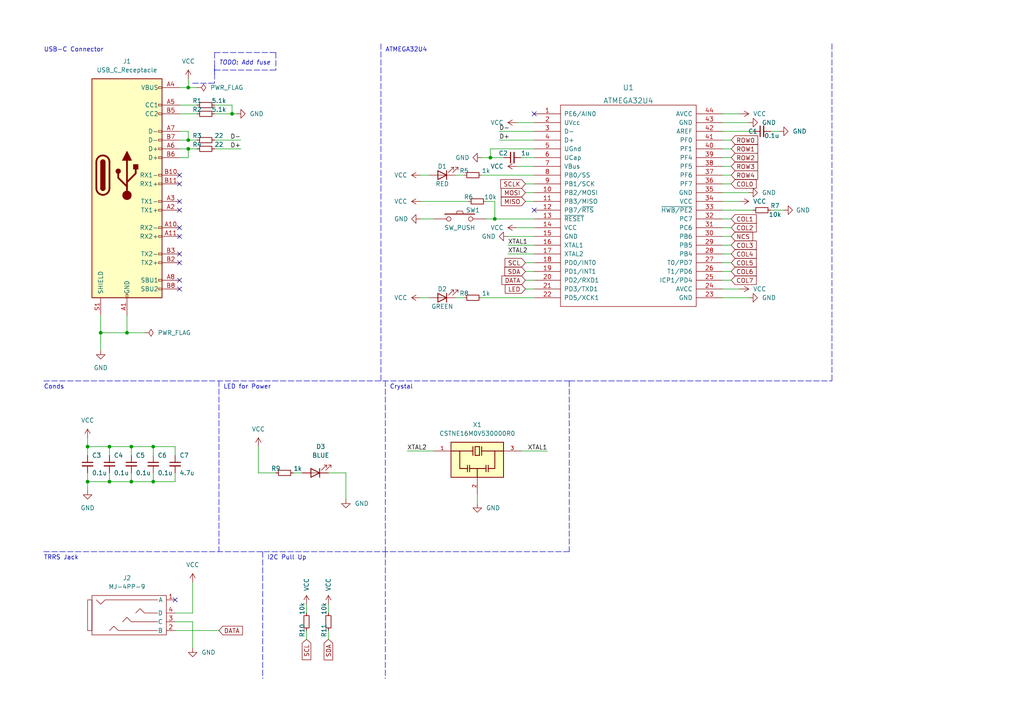
<source format=kicad_sch>
(kicad_sch (version 20211123) (generator eeschema)
  (paper "A4")
  (lib_symbols
    (symbol "ma8ic_split_69:ATMEGA32U4" (pin_names (offset 1.016))
      (property "Reference" "U" (at 0 -31.75 0))
      (property "Value" "ATMEGA32U4" (at 0 31.75 0))
      (symbol "ATMEGA32U4_0_1"
        (rectangle (start 20.32 29.21) (end -19.05 -29.21))
      )
      (symbol "ATMEGA32U4_1_1"
        (pin bidirectional line (at -26.67 26.67 0) (length 7.62) (name "PE6/AIN0") (number "1"))
        (pin bidirectional line (at -26.67 3.81 0) (length 7.62) (name "PB2/MOSI") (number "10"))
        (pin bidirectional line (at -26.67 1.27 0) (length 7.62) (name "PB3/MISO") (number "11"))
        (pin bidirectional line (at -26.67 -1.27 0) (length 7.62) (name "PB7/~{RTS}") (number "12"))
        (pin input line (at -26.67 -3.81 0) (length 7.62) (name "~{RESET}") (number "13"))
        (pin power_in line (at -26.67 -6.35 0) (length 7.62) (name "VCC") (number "14"))
        (pin power_in line (at -26.67 -8.89 0) (length 7.62) (name "GND") (number "15"))
        (pin input line (at -26.67 -11.43 0) (length 7.62) (name "XTAL1") (number "16"))
        (pin output line (at -26.67 -13.97 0) (length 7.62) (name "XTAL2") (number "17"))
        (pin bidirectional line (at -26.67 -16.51 0) (length 7.62) (name "PD0/INT0") (number "18"))
        (pin bidirectional line (at -26.67 -19.05 0) (length 7.62) (name "PD1/INT1") (number "19"))
        (pin power_in line (at -26.67 24.13 0) (length 7.62) (name "UVcc") (number "2"))
        (pin bidirectional line (at -26.67 -21.59 0) (length 7.62) (name "PD2/RXD1") (number "20"))
        (pin bidirectional line (at -26.67 -24.13 0) (length 7.62) (name "PD3/TXD1") (number "21"))
        (pin bidirectional line (at -26.67 -26.67 0) (length 7.62) (name "PD5/XCK1") (number "22"))
        (pin power_in line (at 27.94 -26.67 180) (length 7.62) (name "GND") (number "23"))
        (pin power_in line (at 27.94 -24.13 180) (length 7.62) (name "AVCC") (number "24"))
        (pin bidirectional line (at 27.94 -21.59 180) (length 7.62) (name "ICP1/PD4") (number "25"))
        (pin bidirectional line (at 27.94 -19.05 180) (length 7.62) (name "T1/PD6") (number "26"))
        (pin bidirectional line (at 27.94 -16.51 180) (length 7.62) (name "T0/PD7") (number "27"))
        (pin bidirectional line (at 27.94 -13.97 180) (length 7.62) (name "PB4") (number "28"))
        (pin bidirectional line (at 27.94 -11.43 180) (length 7.62) (name "PB5") (number "29"))
        (pin bidirectional line (at -26.67 21.59 0) (length 7.62) (name "D-") (number "3"))
        (pin bidirectional line (at 27.94 -8.89 180) (length 7.62) (name "PB6") (number "30"))
        (pin bidirectional line (at 27.94 -6.35 180) (length 7.62) (name "PC6") (number "31"))
        (pin bidirectional line (at 27.94 -3.81 180) (length 7.62) (name "PC7") (number "32"))
        (pin bidirectional line (at 27.94 -1.27 180) (length 7.62) (name "~{HWB/PE2}") (number "33"))
        (pin power_in line (at 27.94 1.27 180) (length 7.62) (name "VCC") (number "34"))
        (pin power_in line (at 27.94 3.81 180) (length 7.62) (name "GND") (number "35"))
        (pin bidirectional line (at 27.94 6.35 180) (length 7.62) (name "PF7") (number "36"))
        (pin bidirectional line (at 27.94 8.89 180) (length 7.62) (name "PF6") (number "37"))
        (pin bidirectional line (at 27.94 11.43 180) (length 7.62) (name "PF5") (number "38"))
        (pin bidirectional line (at 27.94 13.97 180) (length 7.62) (name "PF4") (number "39"))
        (pin bidirectional line (at -26.67 19.05 0) (length 7.62) (name "D+") (number "4"))
        (pin bidirectional line (at 27.94 16.51 180) (length 7.62) (name "PF1") (number "40"))
        (pin bidirectional line (at 27.94 19.05 180) (length 7.62) (name "PF0") (number "41"))
        (pin input line (at 27.94 21.59 180) (length 7.62) (name "AREF") (number "42"))
        (pin power_in line (at 27.94 24.13 180) (length 7.62) (name "GND") (number "43"))
        (pin power_in line (at 27.94 26.67 180) (length 7.62) (name "AVCC") (number "44"))
        (pin power_in line (at -26.67 16.51 0) (length 7.62) (name "UGnd") (number "5"))
        (pin input line (at -26.67 13.97 0) (length 7.62) (name "UCap") (number "6"))
        (pin input line (at -26.67 11.43 0) (length 7.62) (name "VBus") (number "7"))
        (pin bidirectional line (at -26.67 8.89 0) (length 7.62) (name "PB0/SS") (number "8"))
        (pin bidirectional line (at -26.67 6.35 0) (length 7.62) (name "PB1/SCK") (number "9"))
      )
    )
    (symbol "ma8ic_split_69:CSTNE16M0V530000R0" (pin_names (offset 1.016))
      (property "Reference" "Y" (at -7.62 6.35 0))
      (property "Value" "CSTNE16M0V530000R0" (at 1.27 -6.35 0))
      (symbol "CSTNE16M0V530000R0_0_0"
        (rectangle (start -7.62 -5.08) (end 7.62 5.08) (stroke (width 0.254)) (fill (type background)))
        (polyline (pts (xy -7.62 2.54) (xy -5.08 2.54)) (stroke (width 0.254)))
        (polyline (pts (xy -5.08 -2.54) (xy -5.08 2.54)) (stroke (width 0.254)))
        (polyline (pts (xy -5.08 2.54) (xy -1.27 2.54)) (stroke (width 0.254)))
        (polyline (pts (xy -2.8575 -2.54) (xy -5.08 -2.54)) (stroke (width 0.254)))
        (polyline (pts (xy -2.8575 -2.54) (xy -2.8575 -3.4925)) (stroke (width 0.254)))
        (polyline (pts (xy -2.8575 -1.5875) (xy -2.8575 -2.54)) (stroke (width 0.254)))
        (polyline (pts (xy -2.2225 -2.54) (xy -2.2225 -3.4925)) (stroke (width 0.254)))
        (polyline (pts (xy -2.2225 -1.5875) (xy -2.2225 -2.54)) (stroke (width 0.254)))
        (polyline (pts (xy -1.27 2.54) (xy -1.27 1.27)) (stroke (width 0.254)))
        (polyline (pts (xy -1.27 3.81) (xy -1.27 2.54)) (stroke (width 0.254)))
        (polyline (pts (xy -0.635 1.27) (xy -0.635 3.81)) (stroke (width 0.254)))
        (polyline (pts (xy -0.635 3.81) (xy 0.635 3.81)) (stroke (width 0.254)))
        (polyline (pts (xy 0 -5.08) (xy 0 -2.54)) (stroke (width 0.254)))
        (polyline (pts (xy 0 -2.54) (xy -2.2225 -2.54)) (stroke (width 0.254)))
        (polyline (pts (xy 0 -2.54) (xy 2.54 -2.54)) (stroke (width 0.254)))
        (polyline (pts (xy 0.635 1.27) (xy -0.635 1.27)) (stroke (width 0.254)))
        (polyline (pts (xy 0.635 3.81) (xy 0.635 1.27)) (stroke (width 0.254)))
        (polyline (pts (xy 1.27 2.54) (xy 1.27 1.27)) (stroke (width 0.254)))
        (polyline (pts (xy 1.27 2.54) (xy 5.08 2.54)) (stroke (width 0.254)))
        (polyline (pts (xy 1.27 3.81) (xy 1.27 2.54)) (stroke (width 0.254)))
        (polyline (pts (xy 2.54 -2.54) (xy 2.54 -3.4925)) (stroke (width 0.254)))
        (polyline (pts (xy 2.54 -1.5875) (xy 2.54 -2.54)) (stroke (width 0.254)))
        (polyline (pts (xy 3.175 -2.54) (xy 3.175 -3.4925)) (stroke (width 0.254)))
        (polyline (pts (xy 3.175 -2.54) (xy 5.08 -2.54)) (stroke (width 0.254)))
        (polyline (pts (xy 3.175 -1.5875) (xy 3.175 -2.54)) (stroke (width 0.254)))
        (polyline (pts (xy 5.08 -2.54) (xy 5.08 2.54)) (stroke (width 0.254)))
        (polyline (pts (xy 5.08 2.54) (xy 7.62 2.54)) (stroke (width 0.254)))
        (pin input line (at -12.7 2.54 0) (length 5.08) (name "~") (number "1"))
        (pin power_in line (at 0 -10.16 90) (length 5.08) (name "~") (number "2"))
        (pin output line (at 12.7 2.54 180) (length 5.08) (name "~") (number "3"))
      )
    )
    (symbol "ma8ic_split_69:C_Small" (pin_numbers hide) (pin_names (offset 0.254) hide)
      (property "Reference" "C" (at 0.254 1.778 0))
      (property "Value" "C_Small" (at 0.254 -2.032 0))
      (symbol "C_Small_0_1"
        (polyline (pts (xy -1.524 -0.508) (xy 1.524 -0.508)) (stroke (width 0.3302)))
        (polyline (pts (xy -1.524 0.508) (xy 1.524 0.508)) (stroke (width 0.3048)))
      )
      (symbol "C_Small_1_1"
        (pin passive line (at 0 2.54 270) (length 2.032) (name "~") (number "1"))
        (pin passive line (at 0 -2.54 90) (length 2.032) (name "~") (number "2"))
      )
    )
    (symbol "ma8ic_split_69:GND" (power) (pin_names (offset 0))
      (property "Value" "GND" (at 0 -3.81 0))
      (symbol "GND_0_1"
        (polyline (pts (xy 0 0) (xy 0 -1.27) (xy 1.27 -1.27) (xy 0 -2.54) (xy -1.27 -1.27) (xy 0 -1.27)))
      )
      (symbol "GND_1_1"
        (pin power_in line (at 0 0 270) (length 0) hide (name "GND") (number "1"))
      )
    )
    (symbol "ma8ic_split_69:LED" (pin_numbers hide) (pin_names (offset 1.016) hide)
      (property "Reference" "D" (at 0 2.54 0))
      (property "Value" "LED" (at 0 -2.54 0))
      (symbol "LED_0_1"
        (polyline (pts (xy -1.27 -1.27) (xy -1.27 1.27)) (stroke (width 0.254)))
        (polyline (pts (xy -1.27 0) (xy 1.27 0)))
        (polyline (pts (xy 1.27 -1.27) (xy 1.27 1.27) (xy -1.27 0) (xy 1.27 -1.27)) (stroke (width 0.254)))
        (polyline (pts (xy -3.048 -0.762) (xy -4.572 -2.286) (xy -3.81 -2.286) (xy -4.572 -2.286) (xy -4.572 -1.524)))
        (polyline (pts (xy -1.778 -0.762) (xy -3.302 -2.286) (xy -2.54 -2.286) (xy -3.302 -2.286) (xy -3.302 -1.524)))
      )
      (symbol "LED_1_1"
        (pin passive line (at -3.81 0 0) (length 2.54) (name "K") (number "1"))
        (pin passive line (at 3.81 0 180) (length 2.54) (name "A") (number "2"))
      )
    )
    (symbol "ma8ic_split_69:MJ-4PP-9" (pin_names (offset 1.016))
      (property "Reference" "J" (at 0 7.62 0))
      (property "Value" "MJ-4PP-9" (at 0 -8.89 0))
      (symbol "MJ-4PP-9_0_1"
        (rectangle (start -10.16 3.81) (end -11.43 -5.08))
        (polyline (pts (xy 8.89 -5.08) (xy -2.54 -5.08) (xy -3.81 -3.81) (xy -5.08 -5.08)))
        (polyline (pts (xy 8.89 -2.54) (xy 1.27 -2.54) (xy 0 -1.27) (xy -1.27 -2.54)))
        (polyline (pts (xy 8.89 0) (xy 5.08 0) (xy 3.81 1.27) (xy 2.54 0)))
        (polyline (pts (xy 8.89 3.81) (xy -6.35 3.81) (xy -7.62 2.54) (xy -8.89 3.81)))
        (rectangle (start 11.43 5.08) (end -10.16 -6.35))
      )
      (symbol "MJ-4PP-9_1_1"
        (pin input line (at 13.97 3.81 180) (length 2.54) (name "A") (number "1"))
        (pin input line (at 13.97 -5.08 180) (length 2.54) (name "B") (number "2"))
        (pin input line (at 13.97 -2.54 180) (length 2.54) (name "C") (number "3"))
        (pin input line (at 13.97 0 180) (length 2.54) (name "D") (number "4"))
      )
    )
    (symbol "ma8ic_split_69:PWR_FLAG" (power) (pin_numbers hide) (pin_names (offset 0) hide)
      (property "Value" "PWR_FLAG" (at 0 3.81 0))
      (symbol "PWR_FLAG_0_0"
        (pin power_out line (at 0 0 90) (length 0) (name "pwr") (number "1"))
      )
      (symbol "PWR_FLAG_0_1"
        (polyline (pts (xy 0 0) (xy 0 1.27) (xy -1.016 1.905) (xy 0 2.54) (xy 1.016 1.905) (xy 0 1.27)))
      )
    )
    (symbol "ma8ic_split_69:R_Small" (pin_numbers hide) (pin_names (offset 0.254) hide)
      (property "Reference" "R" (at 0.762 0.508 0))
      (property "Value" "R_Small" (at 0.762 -1.016 0))
      (symbol "R_Small_0_1"
        (rectangle (start -0.762 1.778) (end 0.762 -1.778) (stroke (width 0.2032)))
      )
      (symbol "R_Small_1_1"
        (pin passive line (at 0 2.54 270) (length 0.762) (name "~") (number "1"))
        (pin passive line (at 0 -2.54 90) (length 0.762) (name "~") (number "2"))
      )
    )
    (symbol "ma8ic_split_69:SW_PUSH" (pin_numbers hide) (pin_names (offset 1.016) hide)
      (property "Reference" "SW" (at 3.81 2.794 0))
      (property "Value" "SW_PUSH" (at 0 -2.032 0))
      (symbol "SW_PUSH_0_1"
        (rectangle (start -4.318 1.27) (end 4.318 1.524))
        (polyline (pts (xy -1.016 1.524) (xy -0.762 2.286) (xy 0.762 2.286) (xy 1.016 1.524)))
        (pin passive inverted (at -7.62 0 0) (length 5.08) (name "1") (number "1"))
        (pin passive inverted (at 7.62 0 180) (length 5.08) (name "2") (number "2"))
      )
    )
    (symbol "ma8ic_split_69:USB_C_Receptacle" (pin_names (offset 1.016))
      (property "Reference" "J" (at -10.16 29.21 0))
      (property "Value" "USB_C_Receptacle" (at 10.16 29.21 0))
      (symbol "USB_C_Receptacle_0_0"
        (rectangle (start -0.254 -35.56) (end 0.254 -34.544))
        (rectangle (start 10.16 -32.766) (end 9.144 -33.274))
        (rectangle (start 10.16 -30.226) (end 9.144 -30.734))
        (rectangle (start 10.16 -25.146) (end 9.144 -25.654))
        (rectangle (start 10.16 -22.606) (end 9.144 -23.114))
        (rectangle (start 10.16 -17.526) (end 9.144 -18.034))
        (rectangle (start 10.16 -14.986) (end 9.144 -15.494))
        (rectangle (start 10.16 -9.906) (end 9.144 -10.414))
        (rectangle (start 10.16 -7.366) (end 9.144 -7.874))
        (rectangle (start 10.16 -2.286) (end 9.144 -2.794))
        (rectangle (start 10.16 0.254) (end 9.144 -0.254))
        (rectangle (start 10.16 5.334) (end 9.144 4.826))
        (rectangle (start 10.16 7.874) (end 9.144 7.366))
        (rectangle (start 10.16 10.414) (end 9.144 9.906))
        (rectangle (start 10.16 12.954) (end 9.144 12.446))
        (rectangle (start 10.16 18.034) (end 9.144 17.526))
        (rectangle (start 10.16 20.574) (end 9.144 20.066))
        (rectangle (start 10.16 25.654) (end 9.144 25.146))
      )
      (symbol "USB_C_Receptacle_0_1"
        (rectangle (start -10.16 27.94) (end 10.16 -35.56) (stroke (width 0.254)) (fill (type background)))
        (arc (start -8.89 -3.81) (mid -6.985 -5.715) (end -5.08 -3.81) (stroke (width 0.508)))
        (arc (start -7.62 -3.81) (mid -6.985 -4.445) (end -6.35 -3.81) (stroke (width 0.254)))
        (arc (start -7.62 -3.81) (mid -6.985 -4.445) (end -6.35 -3.81) (stroke (width 0.254)) (fill (type outline)))
        (rectangle (start -7.62 -3.81) (end -6.35 3.81) (stroke (width 0.254)) (fill (type outline)))
        (arc (start -6.35 3.81) (mid -6.985 4.445) (end -7.62 3.81) (stroke (width 0.254)))
        (arc (start -6.35 3.81) (mid -6.985 4.445) (end -7.62 3.81) (stroke (width 0.254)) (fill (type outline)))
        (arc (start -5.08 3.81) (mid -6.985 5.715) (end -8.89 3.81) (stroke (width 0.508)))
        (polyline (pts (xy -8.89 -3.81) (xy -8.89 3.81)) (stroke (width 0.508)))
        (polyline (pts (xy -5.08 3.81) (xy -5.08 -3.81)) (stroke (width 0.508)))
      )
      (symbol "USB_C_Receptacle_1_1"
        (circle (center -2.54 1.143) (radius 0.635) (stroke (width 0.254)) (fill (type outline)))
        (circle (center 0 -5.842) (radius 1.27) (fill (type outline)))
        (polyline (pts (xy 0 -5.842) (xy 0 4.318)) (stroke (width 0.508)))
        (polyline (pts (xy 0 -3.302) (xy -2.54 -0.762) (xy -2.54 0.508)) (stroke (width 0.508)))
        (polyline (pts (xy 0 -2.032) (xy 2.54 0.508) (xy 2.54 1.778)) (stroke (width 0.508)))
        (polyline (pts (xy -1.27 4.318) (xy 0 6.858) (xy 1.27 4.318) (xy -1.27 4.318)) (stroke (width 0.254)) (fill (type outline)))
        (rectangle (start 1.905 1.778) (end 3.175 3.048) (stroke (width 0.254)) (fill (type outline)))
        (pin passive line (at 0 -40.64 90) (length 5.08) (name "GND") (number "A1"))
        (pin bidirectional line (at 15.24 -15.24 180) (length 5.08) (name "RX2-") (number "A10"))
        (pin bidirectional line (at 15.24 -17.78 180) (length 5.08) (name "RX2+") (number "A11"))
        (pin passive line (at 0 -40.64 90) (length 5.08) hide (name "GND") (number "A12"))
        (pin bidirectional line (at 15.24 -10.16 180) (length 5.08) (name "TX1+") (number "A2"))
        (pin bidirectional line (at 15.24 -7.62 180) (length 5.08) (name "TX1-") (number "A3"))
        (pin passive line (at 15.24 25.4 180) (length 5.08) (name "VBUS") (number "A4"))
        (pin bidirectional line (at 15.24 20.32 180) (length 5.08) (name "CC1") (number "A5"))
        (pin bidirectional line (at 15.24 7.62 180) (length 5.08) (name "D+") (number "A6"))
        (pin bidirectional line (at 15.24 12.7 180) (length 5.08) (name "D-") (number "A7"))
        (pin bidirectional line (at 15.24 -30.48 180) (length 5.08) (name "SBU1") (number "A8"))
        (pin passive line (at 15.24 25.4 180) (length 5.08) hide (name "VBUS") (number "A9"))
        (pin passive line (at 0 -40.64 90) (length 5.08) hide (name "GND") (number "B1"))
        (pin bidirectional line (at 15.24 0 180) (length 5.08) (name "RX1-") (number "B10"))
        (pin bidirectional line (at 15.24 -2.54 180) (length 5.08) (name "RX1+") (number "B11"))
        (pin passive line (at 0 -40.64 90) (length 5.08) hide (name "GND") (number "B12"))
        (pin bidirectional line (at 15.24 -25.4 180) (length 5.08) (name "TX2+") (number "B2"))
        (pin bidirectional line (at 15.24 -22.86 180) (length 5.08) (name "TX2-") (number "B3"))
        (pin passive line (at 15.24 25.4 180) (length 5.08) hide (name "VBUS") (number "B4"))
        (pin bidirectional line (at 15.24 17.78 180) (length 5.08) (name "CC2") (number "B5"))
        (pin bidirectional line (at 15.24 5.08 180) (length 5.08) (name "D+") (number "B6"))
        (pin bidirectional line (at 15.24 10.16 180) (length 5.08) (name "D-") (number "B7"))
        (pin bidirectional line (at 15.24 -33.02 180) (length 5.08) (name "SBU2") (number "B8"))
        (pin passive line (at 15.24 25.4 180) (length 5.08) hide (name "VBUS") (number "B9"))
        (pin passive line (at -7.62 -40.64 90) (length 5.08) (name "SHIELD") (number "S1"))
      )
    )
    (symbol "ma8ic_split_69:VCC" (power) (pin_names (offset 0))
      (property "Value" "VCC" (at 0 3.81 0))
      (symbol "VCC_0_1"
        (polyline (pts (xy -0.762 1.27) (xy 0 2.54)))
        (polyline (pts (xy 0 0) (xy 0 2.54)))
        (polyline (pts (xy 0 2.54) (xy 0.762 1.27)))
      )
      (symbol "VCC_1_1"
        (pin power_in line (at 0 0 90) (length 0) hide (name "VCC") (number "1"))
      )
    )
  )
  (junction (at 67.31 33.02))
  (junction (at 31.75 139.7))
  (junction (at 38.1 129.54))
  (junction (at 142.24 45.72))
  (junction (at 54.61 40.64))
  (junction (at 25.4 139.7))
  (junction (at 29.21 96.52))
  (junction (at 143.51 63.5))
  (junction (at 36.83 96.52))
  (junction (at 44.45 139.7))
  (junction (at 25.4 129.54))
  (junction (at 54.61 43.18))
  (junction (at 44.45 129.54))
  (junction (at 38.1 139.7))
  (junction (at 31.75 129.54))
  (junction (at 54.61 25.4))
  (no_connect (at 52.07 81.28))
  (no_connect (at 52.07 83.82))
  (no_connect (at 52.07 76.2))
  (no_connect (at 52.07 73.66))
  (no_connect (at 52.07 58.42))
  (no_connect (at 52.07 60.96))
  (no_connect (at 52.07 53.34))
  (no_connect (at 52.07 68.58))
  (no_connect (at 52.07 50.8))
  (no_connect (at 52.07 66.04))
  (no_connect (at 50.8 173.99))
  (no_connect (at 154.94 60.96))
  (no_connect (at 154.94 33.02))
  (wire (pts (xy 142.24 43.18) (xy 142.24 45.72)))
  (wire (pts (xy 62.23 43.18) (xy 69.85 43.18)))
  (wire (pts (xy 31.75 137.16) (xy 31.75 139.7)))
  (wire (pts (xy 209.55 53.34) (xy 212.09 53.34)))
  (wire (pts (xy 25.4 139.7) (xy 25.4 142.24)))
  (wire (pts (xy 209.55 71.12) (xy 212.09 71.12)))
  (wire (pts (xy 147.32 71.12) (xy 154.94 71.12)))
  (polyline (pts (xy 111.76 160.02) (xy 111.76 196.85)))
  (wire (pts (xy 95.25 137.16) (xy 100.33 137.16)))
  (polyline (pts (xy 12.7 110.49) (xy 165.1 110.49)))
  (wire (pts (xy 132.08 86.36) (xy 134.62 86.36)))
  (wire (pts (xy 52.07 38.1) (xy 54.61 38.1)))
  (wire (pts (xy 31.75 132.08) (xy 31.75 129.54)))
  (wire (pts (xy 139.7 45.72) (xy 142.24 45.72)))
  (wire (pts (xy 50.8 139.7) (xy 44.45 139.7)))
  (wire (pts (xy 209.55 58.42) (xy 214.63 58.42)))
  (wire (pts (xy 85.09 137.16) (xy 87.63 137.16)))
  (wire (pts (xy 209.55 66.04) (xy 212.09 66.04)))
  (wire (pts (xy 144.78 38.1) (xy 154.94 38.1)))
  (polyline (pts (xy 62.23 15.24) (xy 62.23 21.59)))
  (wire (pts (xy 31.75 129.54) (xy 25.4 129.54)))
  (wire (pts (xy 209.55 40.64) (xy 212.09 40.64)))
  (wire (pts (xy 209.55 45.72) (xy 212.09 45.72)))
  (wire (pts (xy 143.51 58.42) (xy 143.51 63.5)))
  (wire (pts (xy 209.55 43.18) (xy 212.09 43.18)))
  (wire (pts (xy 50.8 129.54) (xy 44.45 129.54)))
  (wire (pts (xy 138.43 143.51) (xy 138.43 146.05)))
  (wire (pts (xy 209.55 76.2) (xy 212.09 76.2)))
  (wire (pts (xy 54.61 40.64) (xy 57.15 40.64)))
  (wire (pts (xy 44.45 129.54) (xy 44.45 132.08)))
  (wire (pts (xy 95.25 182.88) (xy 95.25 185.42)))
  (wire (pts (xy 152.4 76.2) (xy 154.94 76.2)))
  (polyline (pts (xy 241.3 12.7) (xy 241.3 110.49)))
  (wire (pts (xy 44.45 129.54) (xy 38.1 129.54)))
  (polyline (pts (xy 78.74 15.24) (xy 80.01 15.24)))
  (wire (pts (xy 54.61 45.72) (xy 54.61 43.18)))
  (wire (pts (xy 36.83 91.44) (xy 36.83 96.52)))
  (wire (pts (xy 209.55 81.28) (xy 212.09 81.28)))
  (wire (pts (xy 95.25 175.26) (xy 95.25 177.8)))
  (wire (pts (xy 29.21 91.44) (xy 29.21 96.52)))
  (wire (pts (xy 121.92 58.42) (xy 135.89 58.42)))
  (wire (pts (xy 209.55 33.02) (xy 214.63 33.02)))
  (wire (pts (xy 38.1 129.54) (xy 31.75 129.54)))
  (wire (pts (xy 132.08 50.8) (xy 134.62 50.8)))
  (wire (pts (xy 67.31 33.02) (xy 68.58 33.02)))
  (wire (pts (xy 151.13 45.72) (xy 154.94 45.72)))
  (wire (pts (xy 74.93 137.16) (xy 80.01 137.16)))
  (wire (pts (xy 55.88 177.8) (xy 55.88 168.91)))
  (wire (pts (xy 50.8 177.8) (xy 55.88 177.8)))
  (polyline (pts (xy 76.2 160.02) (xy 76.2 196.85)))
  (wire (pts (xy 44.45 139.7) (xy 38.1 139.7)))
  (wire (pts (xy 140.97 63.5) (xy 143.51 63.5)))
  (wire (pts (xy 154.94 43.18) (xy 142.24 43.18)))
  (wire (pts (xy 52.07 33.02) (xy 57.15 33.02)))
  (wire (pts (xy 144.78 40.64) (xy 154.94 40.64)))
  (wire (pts (xy 100.33 137.16) (xy 100.33 144.78)))
  (wire (pts (xy 50.8 132.08) (xy 50.8 129.54)))
  (polyline (pts (xy 111.76 110.49) (xy 111.76 160.02)))
  (wire (pts (xy 54.61 22.86) (xy 54.61 25.4)))
  (wire (pts (xy 52.07 30.48) (xy 57.15 30.48)))
  (wire (pts (xy 149.86 48.26) (xy 154.94 48.26)))
  (polyline (pts (xy 110.49 12.7) (xy 110.49 110.49)))
  (wire (pts (xy 223.52 38.1) (xy 226.06 38.1)))
  (polyline (pts (xy 12.7 160.02) (xy 76.2 160.02)))
  (wire (pts (xy 25.4 129.54) (xy 25.4 132.08)))
  (wire (pts (xy 62.23 33.02) (xy 67.31 33.02)))
  (wire (pts (xy 139.7 86.36) (xy 154.94 86.36)))
  (wire (pts (xy 50.8 180.34) (xy 55.88 180.34)))
  (wire (pts (xy 55.88 180.34) (xy 55.88 187.96)))
  (wire (pts (xy 149.86 66.04) (xy 154.94 66.04)))
  (wire (pts (xy 50.8 137.16) (xy 50.8 139.7)))
  (wire (pts (xy 44.45 137.16) (xy 44.45 139.7)))
  (wire (pts (xy 31.75 139.7) (xy 25.4 139.7)))
  (wire (pts (xy 50.8 182.88) (xy 63.5 182.88)))
  (wire (pts (xy 152.4 58.42) (xy 154.94 58.42)))
  (polyline (pts (xy 63.5 110.49) (xy 63.5 160.02)))
  (wire (pts (xy 152.4 81.28) (xy 154.94 81.28)))
  (wire (pts (xy 209.55 73.66) (xy 212.09 73.66)))
  (wire (pts (xy 147.32 68.58) (xy 154.94 68.58)))
  (wire (pts (xy 118.11 130.81) (xy 125.73 130.81)))
  (wire (pts (xy 36.83 96.52) (xy 41.91 96.52)))
  (wire (pts (xy 52.07 45.72) (xy 54.61 45.72)))
  (wire (pts (xy 143.51 63.5) (xy 154.94 63.5)))
  (polyline (pts (xy 62.23 19.05) (xy 62.23 24.13)))
  (wire (pts (xy 209.55 35.56) (xy 217.17 35.56)))
  (wire (pts (xy 209.55 86.36) (xy 217.17 86.36)))
  (wire (pts (xy 88.9 175.26) (xy 88.9 177.8)))
  (wire (pts (xy 25.4 127) (xy 25.4 129.54)))
  (wire (pts (xy 52.07 43.18) (xy 54.61 43.18)))
  (polyline (pts (xy 55.88 24.13) (xy 62.23 24.13)))
  (wire (pts (xy 67.31 30.48) (xy 67.31 33.02)))
  (wire (pts (xy 121.92 50.8) (xy 124.46 50.8)))
  (wire (pts (xy 121.92 86.36) (xy 124.46 86.36)))
  (wire (pts (xy 121.92 63.5) (xy 125.73 63.5)))
  (wire (pts (xy 54.61 43.18) (xy 57.15 43.18)))
  (wire (pts (xy 38.1 129.54) (xy 38.1 132.08)))
  (polyline (pts (xy 165.1 110.49) (xy 241.3 110.49)))
  (wire (pts (xy 209.55 83.82) (xy 214.63 83.82)))
  (wire (pts (xy 57.15 25.4) (xy 54.61 25.4)))
  (wire (pts (xy 209.55 60.96) (xy 218.44 60.96)))
  (wire (pts (xy 52.07 25.4) (xy 54.61 25.4)))
  (wire (pts (xy 151.13 130.81) (xy 158.75 130.81)))
  (wire (pts (xy 209.55 50.8) (xy 212.09 50.8)))
  (wire (pts (xy 25.4 137.16) (xy 25.4 139.7)))
  (wire (pts (xy 209.55 38.1) (xy 218.44 38.1)))
  (wire (pts (xy 209.55 63.5) (xy 212.09 63.5)))
  (wire (pts (xy 149.86 35.56) (xy 154.94 35.56)))
  (wire (pts (xy 52.07 40.64) (xy 54.61 40.64)))
  (polyline (pts (xy 165.1 160.02) (xy 76.2 160.02)))
  (wire (pts (xy 152.4 78.74) (xy 154.94 78.74)))
  (wire (pts (xy 38.1 137.16) (xy 38.1 139.7)))
  (wire (pts (xy 209.55 48.26) (xy 212.09 48.26)))
  (wire (pts (xy 29.21 96.52) (xy 29.21 101.6)))
  (wire (pts (xy 62.23 40.64) (xy 69.85 40.64)))
  (polyline (pts (xy 62.23 15.24) (xy 78.74 15.24)))
  (wire (pts (xy 223.52 60.96) (xy 227.33 60.96)))
  (wire (pts (xy 74.93 129.54) (xy 74.93 137.16)))
  (wire (pts (xy 147.32 73.66) (xy 154.94 73.66)))
  (wire (pts (xy 209.55 78.74) (xy 212.09 78.74)))
  (polyline (pts (xy 80.01 20.32) (xy 78.74 20.32)))
  (wire (pts (xy 152.4 83.82) (xy 154.94 83.82)))
  (wire (pts (xy 209.55 68.58) (xy 212.09 68.58)))
  (polyline (pts (xy 80.01 15.24) (xy 80.01 20.32)))
  (wire (pts (xy 139.7 50.8) (xy 154.94 50.8)))
  (wire (pts (xy 152.4 53.34) (xy 154.94 53.34)))
  (wire (pts (xy 140.97 58.42) (xy 143.51 58.42)))
  (polyline (pts (xy 165.1 110.49) (xy 165.1 160.02)))
  (wire (pts (xy 209.55 55.88) (xy 217.17 55.88)))
  (polyline (pts (xy 62.23 20.32) (xy 78.74 20.32)))
  (wire (pts (xy 29.21 96.52) (xy 36.83 96.52)))
  (wire (pts (xy 142.24 45.72) (xy 146.05 45.72)))
  (wire (pts (xy 62.23 30.48) (xy 67.31 30.48)))
  (wire (pts (xy 88.9 182.88) (xy 88.9 185.42)))
  (wire (pts (xy 38.1 139.7) (xy 31.75 139.7)))
  (wire (pts (xy 152.4 55.88) (xy 154.94 55.88)))
  (wire (pts (xy 54.61 38.1) (xy 54.61 40.64)))
  (text "Conds" (at 12.7 113.03 0) (effects (font (size 1.27 1.27)) (justify left bottom)))
  (text "ATMEGA32U4" (at 111.76 15.24 0) (effects (font (size 1.27 1.27)) (justify left bottom)))
  (text "TRRS Jack" (at 12.7 162.56 0) (effects (font (size 1.27 1.27)) (justify left bottom)))
  (text "Crystal" (at 113.03 113.03 0) (effects (font (size 1.27 1.27)) (justify left bottom)))
  (text "TODO: Add fuse" (at 63.5 19.05 0) (effects (font (size 1.27 1.27) italic) (justify left bottom)))
  (text "USB-C Connector" (at 12.7 15.24 0) (effects (font (size 1.27 1.27)) (justify left bottom)))
  (text "I2C Pull Up" (at 77.47 162.56 0) (effects (font (size 1.27 1.27)) (justify left bottom)))
  (text "LED for Power" (at 64.77 113.03 0) (effects (font (size 1.27 1.27)) (justify left bottom)))
  (label "XTAL1" (at 158.75 130.81 180))
  (label "XTAL1" (at 147.32 71.12 0))
  (label "D-" (at 69.85 40.64 180))
  (label "D-" (at 144.78 38.1 0))
  (label "XTAL2" (at 147.32 73.66 0))
  (label "XTAL2" (at 118.11 130.81 0))
  (label "D+" (at 144.78 40.64 0))
  (label "D+" (at 69.85 43.18 180))
  (global_label "COL7" (shape input) (at 212.09 81.28 0) (property "Intersheet References" "${INTERSHEET_REFS}" (effects hide)))
  (global_label "ROW2" (shape input) (at 212.09 45.72 0) (property "Intersheet References" "${INTERSHEET_REFS}" (effects hide)))
  (global_label "COL0" (shape input) (at 212.09 53.34 0) (property "Intersheet References" "${INTERSHEET_REFS}" (effects hide)))
  (global_label "DATA" (shape input) (at 63.5 182.88 0) (property "Intersheet References" "${INTERSHEET_REFS}" (effects hide)))
  (global_label "SCLK" (shape input) (at 152.4 53.34 180) (property "Intersheet References" "${INTERSHEET_REFS}" (effects hide)))
  (global_label "ROW1" (shape input) (at 212.09 43.18 0) (property "Intersheet References" "${INTERSHEET_REFS}" (effects hide)))
  (global_label "MISO" (shape input) (at 152.4 58.42 180) (property "Intersheet References" "${INTERSHEET_REFS}" (effects hide)))
  (global_label "SCL" (shape input) (at 152.4 76.2 180) (property "Intersheet References" "${INTERSHEET_REFS}" (effects hide)))
  (global_label "SDA" (shape input) (at 152.4 78.74 180) (property "Intersheet References" "${INTERSHEET_REFS}" (effects hide)))
  (global_label "ROW4" (shape input) (at 212.09 50.8 0) (property "Intersheet References" "${INTERSHEET_REFS}" (effects hide)))
  (global_label "COL2" (shape input) (at 212.09 66.04 0) (property "Intersheet References" "${INTERSHEET_REFS}" (effects hide)))
  (global_label "ROW0" (shape input) (at 212.09 40.64 0) (property "Intersheet References" "${INTERSHEET_REFS}" (effects hide)))
  (global_label "COL1" (shape input) (at 212.09 63.5 0) (property "Intersheet References" "${INTERSHEET_REFS}" (effects hide)))
  (global_label "ROW3" (shape input) (at 212.09 48.26 0) (property "Intersheet References" "${INTERSHEET_REFS}" (effects hide)))
  (global_label "COL6" (shape input) (at 212.09 78.74 0) (property "Intersheet References" "${INTERSHEET_REFS}" (effects hide)))
  (global_label "COL5" (shape input) (at 212.09 76.2 0) (property "Intersheet References" "${INTERSHEET_REFS}" (effects hide)))
  (global_label "LED" (shape input) (at 152.4 83.82 180) (property "Intersheet References" "${INTERSHEET_REFS}" (effects hide)))
  (global_label "DATA" (shape input) (at 152.4 81.28 180) (property "Intersheet References" "${INTERSHEET_REFS}" (effects hide)))
  (global_label "COL3" (shape input) (at 212.09 71.12 0) (property "Intersheet References" "${INTERSHEET_REFS}" (effects hide)))
  (global_label "NCS" (shape input) (at 212.09 68.58 0) (property "Intersheet References" "${INTERSHEET_REFS}" (effects hide)))
  (global_label "COL4" (shape input) (at 212.09 73.66 0) (property "Intersheet References" "${INTERSHEET_REFS}" (effects hide)))
  (global_label "MOSI" (shape input) (at 152.4 55.88 180) (property "Intersheet References" "${INTERSHEET_REFS}" (effects hide)))
  (global_label "SCL" (shape input) (at 88.9 185.42 270) (property "Intersheet References" "${INTERSHEET_REFS}" (effects hide)))
  (global_label "SDA" (shape input) (at 95.25 185.42 270) (property "Intersheet References" "${INTERSHEET_REFS}" (effects hide)))
  (symbol (lib_id "ma8ic_split_69:C_Small") (at 25.4 134.62 0) (unit 1)
    (property "Reference" "C3" (at 26.67 132.08 0) (effects (justify left)))
    (property "Value" "0.1u" (at 26.67 137.16 0) (effects (justify left)))
    (property "Footprint" "ma8ic_split_69:C_0603_1608Metric" (effects hide))
  )
  (symbol (lib_id "ma8ic_split_69:VCC") (at 214.63 83.82 270) (unit 1)
    (property "Reference" "#PWR017" (effects hide))
    (property "Value" "VCC" (at 222.25 83.82 90) (effects (justify right)))
  )
  (symbol (lib_id "ma8ic_split_69:GND") (at 139.7 45.72 270) (unit 1)
    (property "Reference" "#PWR07" (effects hide))
    (property "Value" "GND" (at 132.08 45.72 90) (effects (justify left)))
  )
  (symbol (lib_id "ma8ic_split_69:GND") (at 147.32 68.58 270) (unit 1)
    (property "Reference" "#PWR016" (effects hide))
    (property "Value" "GND" (at 139.7 68.58 90) (effects (justify left)))
  )
  (symbol (lib_id "ma8ic_split_69:GND") (at 226.06 38.1 90) (unit 1)
    (property "Reference" "#PWR06" (effects hide))
    (property "Value" "GND" (at 229.87 38.0999 90) (effects (justify right)))
  )
  (symbol (lib_id "ma8ic_split_69:GND") (at 55.88 187.96 0) (unit 1)
    (property "Reference" "#PWR029" (effects hide))
    (property "Value" "GND" (at 58.42 189.2299 0) (effects (justify left)))
  )
  (symbol (lib_id "ma8ic_split_69:VCC") (at 121.92 58.42 90) (unit 1)
    (property "Reference" "#PWR011" (effects hide))
    (property "Value" "VCC" (at 114.3 58.42 90) (effects (justify right)))
  )
  (symbol (lib_id "ma8ic_split_69:VCC") (at 214.63 58.42 270) (unit 1)
    (property "Reference" "#PWR012" (effects hide))
    (property "Value" "VCC" (at 222.25 58.42 90) (effects (justify right)))
  )
  (symbol (lib_id "ma8ic_split_69:R_Small") (at 138.43 58.42 90) (unit 1)
    (property "Reference" "R6" (at 135.89 57.15 90))
    (property "Value" "10k" (at 142.24 57.15 90))
    (property "Footprint" "ma8ic_split_69:R_0603_1608Metric" (effects hide))
  )
  (symbol (lib_id "ma8ic_split_69:GND") (at 227.33 60.96 90) (unit 1)
    (property "Reference" "#PWR013" (effects hide))
    (property "Value" "GND" (at 234.95 60.96 90) (effects (justify left)))
  )
  (symbol (lib_id "ma8ic_split_69:GND") (at 217.17 35.56 90) (unit 1)
    (property "Reference" "#PWR05" (effects hide))
    (property "Value" "GND" (at 220.98 35.5599 90) (effects (justify right)))
  )
  (symbol (lib_id "ma8ic_split_69:VCC") (at 74.93 129.54 0) (unit 1)
    (property "Reference" "#PWR022" (effects hide))
    (property "Value" "VCC" (at 74.93 124.46 0))
  )
  (symbol (lib_id "ma8ic_split_69:VCC") (at 88.9 175.26 0) (unit 1)
    (property "Reference" "#PWR027" (effects hide))
    (property "Value" "VCC" (at 88.9 167.64 90) (effects (justify right)))
  )
  (symbol (lib_id "ma8ic_split_69:GND") (at 138.43 146.05 0) (unit 1)
    (property "Reference" "#PWR025" (effects hide))
    (property "Value" "GND" (at 140.97 147.3199 0) (effects (justify left)))
  )
  (symbol (lib_id "ma8ic_split_69:VCC") (at 95.25 175.26 0) (unit 1)
    (property "Reference" "#PWR028" (effects hide))
    (property "Value" "VCC" (at 95.25 167.64 90) (effects (justify right)))
  )
  (symbol (lib_id "ma8ic_split_69:VCC") (at 149.86 66.04 90) (unit 1)
    (property "Reference" "#PWR015" (effects hide))
    (property "Value" "VCC" (at 142.24 66.04 90) (effects (justify right)))
  )
  (symbol (lib_id "ma8ic_split_69:VCC") (at 55.88 168.91 0) (unit 1)
    (property "Reference" "#PWR026" (effects hide))
    (property "Value" "VCC" (at 55.88 163.83 0))
  )
  (symbol (lib_id "ma8ic_split_69:C_Small") (at 50.8 134.62 0) (unit 1)
    (property "Reference" "C7" (at 52.07 132.08 0) (effects (justify left)))
    (property "Value" "4.7u" (at 52.07 137.16 0) (effects (justify left)))
    (property "Footprint" "ma8ic_split_69:C_0603_1608Metric" (effects hide))
  )
  (symbol (lib_id "ma8ic_split_69:C_Small") (at 220.98 38.1 90) (unit 1)
    (property "Reference" "C1" (at 219.71 38.1 90) (effects (justify left)))
    (property "Value" "0.1u" (at 226.06 39.37 90) (effects (justify left)))
    (property "Footprint" "ma8ic_split_69:C_0603_1608Metric" (effects hide))
  )
  (symbol (lib_id "ma8ic_split_69:VCC") (at 121.92 50.8 90) (unit 1)
    (property "Reference" "#PWR09" (effects hide))
    (property "Value" "VCC" (at 114.3 50.8 90) (effects (justify right)))
  )
  (symbol (lib_id "ma8ic_split_69:CSTNE16M0V530000R0") (at 138.43 133.35 0) (unit 1)
    (property "Reference" "X1" (at 138.43 123.19 0))
    (property "Value" "CSTNE16M0V530000R0" (at 138.43 125.73 0))
    (property "Footprint" "ma8ic_split_69:OSC_CSTNE16M0V530000R0" (effects hide))
    (property "STANDARD" "Manufacturer Recomendations" (effects hide))
    (property "MAXIMUM_PACKAGE_HEIGHT" "1mm" (effects hide))
    (property "PARTREV" "JGC42-8853B" (effects hide))
    (property "MANUFACTURER" "Murata" (effects hide))
  )
  (symbol (lib_id "ma8ic_split_69:VCC") (at 149.86 48.26 90) (unit 1)
    (property "Reference" "#PWR08" (effects hide))
    (property "Value" "VCC" (at 142.24 48.26 90) (effects (justify right)))
  )
  (symbol (lib_id "ma8ic_split_69:GND") (at 25.4 142.24 0) (unit 1)
    (property "Reference" "#PWR023" (effects hide))
    (property "Value" "GND" (at 25.4 147.32 0))
  )
  (symbol (lib_id "ma8ic_split_69:VCC") (at 214.63 33.02 270) (unit 1)
    (property "Reference" "#PWR03" (effects hide))
    (property "Value" "VCC" (at 222.25 33.02 90) (effects (justify right)))
  )
  (symbol (lib_id "ma8ic_split_69:VCC") (at 54.61 22.86 0) (unit 1)
    (property "Reference" "#PWR01" (effects hide))
    (property "Value" "VCC" (at 54.61 17.78 0))
  )
  (symbol (lib_id "ma8ic_split_69:R_Small") (at 137.16 86.36 90) (unit 1)
    (property "Reference" "R8" (at 134.62 85.09 90))
    (property "Value" "1k" (at 140.97 85.09 90))
    (property "Footprint" "ma8ic_split_69:R_0603_1608Metric" (effects hide))
  )
  (symbol (lib_id "ma8ic_split_69:R_Small") (at 59.69 30.48 90) (unit 1)
    (property "Reference" "R1" (at 57.15 29.21 90))
    (property "Value" "5.1k" (at 63.5 29.21 90))
    (property "Footprint" "ma8ic_split_69:R_0603_1608Metric" (effects hide))
  )
  (symbol (lib_id "ma8ic_split_69:R_Small") (at 59.69 33.02 90) (unit 1)
    (property "Reference" "R2" (at 57.15 31.75 90))
    (property "Value" "5.1k" (at 63.5 31.75 90))
    (property "Footprint" "ma8ic_split_69:R_0603_1608Metric" (effects hide))
  )
  (symbol (lib_id "ma8ic_split_69:GND") (at 68.58 33.02 90) (unit 1)
    (property "Reference" "#PWR02" (effects hide))
    (property "Value" "GND" (at 72.39 33.0199 90) (effects (justify right)))
  )
  (symbol (lib_id "ma8ic_split_69:GND") (at 100.33 144.78 0) (unit 1)
    (property "Reference" "#PWR024" (effects hide))
    (property "Value" "GND" (at 102.87 146.0499 0) (effects (justify left)))
  )
  (symbol (lib_id "ma8ic_split_69:GND") (at 121.92 63.5 270) (unit 1)
    (property "Reference" "#PWR014" (effects hide))
    (property "Value" "GND" (at 114.3 63.5 90) (effects (justify left)))
  )
  (symbol (lib_id "ma8ic_split_69:R_Small") (at 220.98 60.96 90) (unit 1)
    (property "Reference" "R7" (at 224.79 59.69 90))
    (property "Value" "10k" (at 224.79 62.23 90))
    (property "Footprint" "ma8ic_split_69:R_0603_1608Metric" (effects hide))
  )
  (symbol (lib_id "ma8ic_split_69:PWR_FLAG") (at 41.91 96.52 270) (unit 1)
    (property "Reference" "#FLG02" (effects hide))
    (property "Value" "PWR_FLAG" (at 45.72 96.5199 90) (effects (justify left)))
  )
  (symbol (lib_id "ma8ic_split_69:VCC") (at 121.92 86.36 90) (unit 1)
    (property "Reference" "#PWR018" (effects hide))
    (property "Value" "VCC" (at 114.3 86.36 90) (effects (justify right)))
  )
  (symbol (lib_id "ma8ic_split_69:USB_C_Receptacle") (at 36.83 50.8 0) (unit 1)
    (property "Reference" "J1" (at 36.83 17.78 0))
    (property "Value" "USB_C_Receptacle" (at 36.83 20.32 0))
    (property "Footprint" "ma8ic_split_69:HRS_CX70M-24P1" (effects hide))
    (property "Datasheet" "https://www.usb.org/sites/default/files/documents/usb_type-c.zip" (effects hide))
  )
  (symbol (lib_id "ma8ic_split_69:PWR_FLAG") (at 57.15 25.4 270) (unit 1)
    (property "Reference" "#FLG01" (effects hide))
    (property "Value" "PWR_FLAG" (at 60.96 25.3999 90) (effects (justify left)))
  )
  (symbol (lib_id "ma8ic_split_69:C_Small") (at 38.1 134.62 0) (unit 1)
    (property "Reference" "C5" (at 39.37 132.08 0) (effects (justify left)))
    (property "Value" "0.1u" (at 39.37 137.16 0) (effects (justify left)))
    (property "Footprint" "ma8ic_split_69:C_0603_1608Metric" (effects hide))
  )
  (symbol (lib_id "ma8ic_split_69:GND") (at 29.21 101.6 0) (unit 1)
    (property "Reference" "#PWR020" (effects hide))
    (property "Value" "GND" (at 29.21 106.68 0))
  )
  (symbol (lib_id "ma8ic_split_69:C_Small") (at 44.45 134.62 0) (unit 1)
    (property "Reference" "C6" (at 45.72 132.08 0) (effects (justify left)))
    (property "Value" "0.1u" (at 45.72 137.16 0) (effects (justify left)))
    (property "Footprint" "ma8ic_split_69:C_0603_1608Metric" (effects hide))
  )
  (symbol (lib_id "ma8ic_split_69:R_Small") (at 59.69 43.18 90) (unit 1)
    (property "Reference" "R4" (at 57.15 41.91 90))
    (property "Value" "22" (at 63.5 41.91 90))
    (property "Footprint" "ma8ic_split_69:R_0603_1608Metric" (effects hide))
  )
  (symbol (lib_id "ma8ic_split_69:VCC") (at 25.4 127 0) (unit 1)
    (property "Reference" "#PWR021" (effects hide))
    (property "Value" "VCC" (at 25.4 121.92 0))
  )
  (symbol (lib_id "ma8ic_split_69:R_Small") (at 82.55 137.16 90) (unit 1)
    (property "Reference" "R9" (at 80.01 135.89 90))
    (property "Value" "1k" (at 86.36 135.89 90))
    (property "Footprint" "ma8ic_split_69:R_0603_1608Metric" (effects hide))
  )
  (symbol (lib_id "ma8ic_split_69:VCC") (at 149.86 35.56 90) (unit 1)
    (property "Reference" "#PWR04" (effects hide))
    (property "Value" "VCC" (at 142.24 35.56 90) (effects (justify right)))
  )
  (symbol (lib_id "ma8ic_split_69:MJ-4PP-9") (at 36.83 177.8 0) (unit 1)
    (property "Reference" "J2" (at 36.83 167.64 0))
    (property "Value" "MJ-4PP-9" (at 36.83 170.18 0))
    (property "Footprint" "ma8ic_split_69:MJ-4PP-9_1side" (effects hide))
  )
  (symbol (lib_id "ma8ic_split_69:C_Small") (at 31.75 134.62 0) (unit 1)
    (property "Reference" "C4" (at 33.02 132.08 0) (effects (justify left)))
    (property "Value" "0.1u" (at 33.02 137.16 0) (effects (justify left)))
    (property "Footprint" "ma8ic_split_69:C_0603_1608Metric" (effects hide))
  )
  (symbol (lib_id "ma8ic_split_69:LED") (at 128.27 50.8 180) (unit 1)
    (property "Reference" "D1" (at 128.27 48.26 0))
    (property "Value" "RED" (at 128.27 53.34 0))
    (property "Footprint" "ma8ic_split_69:LED_0603_1608Metric" (effects hide))
  )
  (symbol (lib_id "ma8ic_split_69:R_Small") (at 59.69 40.64 90) (unit 1)
    (property "Reference" "R3" (at 57.15 39.37 90))
    (property "Value" "22" (at 63.5 39.37 90))
    (property "Footprint" "ma8ic_split_69:R_0603_1608Metric" (effects hide))
  )
  (symbol (lib_id "ma8ic_split_69:GND") (at 217.17 86.36 90) (unit 1)
    (property "Reference" "#PWR019" (effects hide))
    (property "Value" "GND" (at 220.98 86.3599 90) (effects (justify right)))
  )
  (symbol (lib_id "ma8ic_split_69:SW_PUSH") (at 133.35 63.5 0) (unit 1)
    (property "Reference" "SW1" (at 137.16 60.96 0))
    (property "Value" "SW_PUSH" (at 133.35 66.04 0))
    (property "Footprint" "ma8ic_split_69:ResetSW_1side" (effects hide))
  )
  (symbol (lib_id "ma8ic_split_69:R_Small") (at 95.25 180.34 180) (unit 1)
    (property "Reference" "R11" (at 93.98 182.88 90))
    (property "Value" "10k" (at 93.98 176.53 90))
    (property "Footprint" "ma8ic_split_69:R_0603_1608Metric" (effects hide))
  )
  (symbol (lib_id "ma8ic_split_69:R_Small") (at 88.9 180.34 180) (unit 1)
    (property "Reference" "R10" (at 87.63 182.88 90))
    (property "Value" "10k" (at 87.63 176.53 90))
    (property "Footprint" "ma8ic_split_69:R_0603_1608Metric" (effects hide))
  )
  (symbol (lib_id "ma8ic_split_69:C_Small") (at 148.59 45.72 90) (unit 1)
    (property "Reference" "C2" (at 147.32 44.45 90) (effects (justify left)))
    (property "Value" "1u" (at 153.67 44.45 90) (effects (justify left)))
    (property "Footprint" "ma8ic_split_69:C_0603_1608Metric" (effects hide))
  )
  (symbol (lib_id "ma8ic_split_69:GND") (at 217.17 55.88 90) (unit 1)
    (property "Reference" "#PWR010" (effects hide))
    (property "Value" "GND" (at 220.98 55.8799 90) (effects (justify right)))
  )
  (symbol (lib_id "ma8ic_split_69:LED") (at 91.44 137.16 180) (unit 1)
    (property "Reference" "D3" (at 93.0275 129.54 0))
    (property "Value" "BLUE" (at 93.0275 132.08 0))
    (property "Footprint" "ma8ic_split_69:LED_0603_1608Metric" (effects hide))
  )
  (symbol (lib_id "ma8ic_split_69:LED") (at 128.27 86.36 180) (unit 1)
    (property "Reference" "D2" (at 128.27 83.82 0))
    (property "Value" "GREEN" (at 128.27 88.9 0))
    (property "Footprint" "ma8ic_split_69:LED_0603_1608Metric" (effects hide))
  )
  (symbol (lib_id "ma8ic_split_69:ATMEGA32U4") (at 181.61 59.69 0) (unit 1)
    (property "Reference" "U1" (at 182.245 25.4 0) (effects (font (size 1.524 1.524))))
    (property "Value" "ATMEGA32U4" (at 182.245 29.21 0) (effects (font (size 1.524 1.524))))
    (property "Footprint" "ma8ic_split_69:TQFP-44_10x10mm_P0.8mm" (effects hide))
  )
  (symbol (lib_id "ma8ic_split_69:R_Small") (at 137.16 50.8 90) (unit 1)
    (property "Reference" "R5" (at 134.62 49.53 90))
    (property "Value" "1k" (at 140.97 49.53 90))
    (property "Footprint" "ma8ic_split_69:R_0603_1608Metric" (effects hide))
  )
)
</source>
